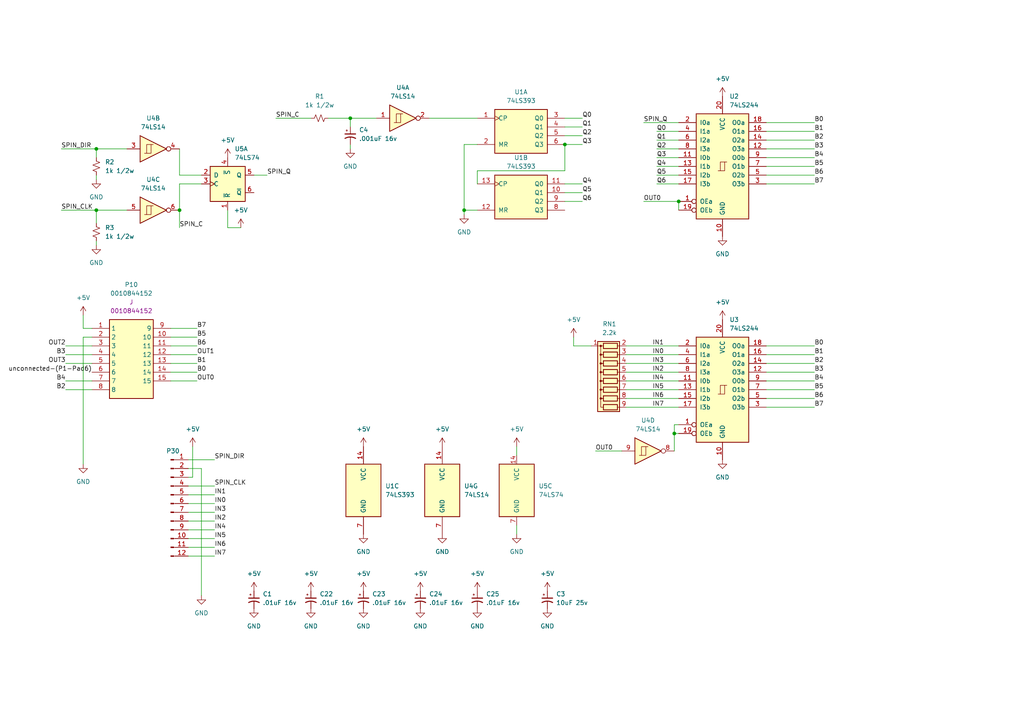
<source format=kicad_sch>
(kicad_sch (version 20211123) (generator eeschema)
  (paper "A4")
  (lib_symbols
    (symbol "0010844152:0010844152"
      (property "Value" "0010844152" (at 0 0 0))
      (property "Reference_1" "J" (at 19.05 7.62 0))
      (property "Value_1" "0010844152" (at 19.05 5.08 0))
      (symbol "0010844152_1_1"
        (rectangle (start 5.08 2.54) (end 17.78 -20.32) (stroke (width 0.254)) (fill (type background)))
        (pin passive line (at 0 0 0) (length 5.08) (name "1") (number "1"))
        (pin passive line (at 22.86 -2.54 180) (length 5.08) (name "10") (number "10"))
        (pin passive line (at 22.86 -5.08 180) (length 5.08) (name "11") (number "11"))
        (pin passive line (at 22.86 -7.62 180) (length 5.08) (name "12") (number "12"))
        (pin passive line (at 22.86 -10.16 180) (length 5.08) (name "13") (number "13"))
        (pin passive line (at 22.86 -12.7 180) (length 5.08) (name "14") (number "14"))
        (pin passive line (at 22.86 -15.24 180) (length 5.08) (name "15") (number "15"))
        (pin passive line (at 0 -2.54 0) (length 5.08) (name "2") (number "2"))
        (pin passive line (at 0 -5.08 0) (length 5.08) (name "3") (number "3"))
        (pin passive line (at 0 -7.62 0) (length 5.08) (name "4") (number "4"))
        (pin passive line (at 0 -10.16 0) (length 5.08) (name "5") (number "5"))
        (pin passive line (at 0 -12.7 0) (length 5.08) (name "6") (number "6"))
        (pin passive line (at 0 -15.24 0) (length 5.08) (name "7") (number "7"))
        (pin passive line (at 0 -17.78 0) (length 5.08) (name "8") (number "8"))
        (pin passive line (at 22.86 0 180) (length 5.08) (name "9") (number "9"))
      )
    )
    (symbol "74xx:74LS14" (pin_names (offset 1.016))
      (property "Reference" "U" (at 0 1.27 0))
      (property "Value" "74LS14" (at 0 -1.27 0))
      (symbol "74LS14_1_0"
        (polyline (pts (xy -3.81 3.81) (xy -3.81 -3.81) (xy 3.81 0) (xy -3.81 3.81)) (stroke (width 0.254)) (fill (type background)))
        (pin input line (at -7.62 0 0) (length 3.81) (name "~") (number "1"))
        (pin output inverted (at 7.62 0 180) (length 3.81) (name "~") (number "2"))
      )
      (symbol "74LS14_1_1"
        (polyline (pts (xy -1.905 -1.27) (xy -1.905 1.27) (xy -0.635 1.27)))
        (polyline (pts (xy -2.54 -1.27) (xy -0.635 -1.27) (xy -0.635 1.27) (xy 0 1.27)))
      )
      (symbol "74LS14_2_0"
        (polyline (pts (xy -3.81 3.81) (xy -3.81 -3.81) (xy 3.81 0) (xy -3.81 3.81)) (stroke (width 0.254)) (fill (type background)))
        (pin input line (at -7.62 0 0) (length 3.81) (name "~") (number "3"))
        (pin output inverted (at 7.62 0 180) (length 3.81) (name "~") (number "4"))
      )
      (symbol "74LS14_2_1"
        (polyline (pts (xy -1.905 -1.27) (xy -1.905 1.27) (xy -0.635 1.27)))
        (polyline (pts (xy -2.54 -1.27) (xy -0.635 -1.27) (xy -0.635 1.27) (xy 0 1.27)))
      )
      (symbol "74LS14_3_0"
        (polyline (pts (xy -3.81 3.81) (xy -3.81 -3.81) (xy 3.81 0) (xy -3.81 3.81)) (stroke (width 0.254)) (fill (type background)))
        (pin input line (at -7.62 0 0) (length 3.81) (name "~") (number "5"))
        (pin output inverted (at 7.62 0 180) (length 3.81) (name "~") (number "6"))
      )
      (symbol "74LS14_3_1"
        (polyline (pts (xy -1.905 -1.27) (xy -1.905 1.27) (xy -0.635 1.27)))
        (polyline (pts (xy -2.54 -1.27) (xy -0.635 -1.27) (xy -0.635 1.27) (xy 0 1.27)))
      )
      (symbol "74LS14_4_0"
        (polyline (pts (xy -3.81 3.81) (xy -3.81 -3.81) (xy 3.81 0) (xy -3.81 3.81)) (stroke (width 0.254)) (fill (type background)))
        (pin output inverted (at 7.62 0 180) (length 3.81) (name "~") (number "8"))
        (pin input line (at -7.62 0 0) (length 3.81) (name "~") (number "9"))
      )
      (symbol "74LS14_4_1"
        (polyline (pts (xy -1.905 -1.27) (xy -1.905 1.27) (xy -0.635 1.27)))
        (polyline (pts (xy -2.54 -1.27) (xy -0.635 -1.27) (xy -0.635 1.27) (xy 0 1.27)))
      )
      (symbol "74LS14_5_0"
        (polyline (pts (xy -3.81 3.81) (xy -3.81 -3.81) (xy 3.81 0) (xy -3.81 3.81)) (stroke (width 0.254)) (fill (type background)))
        (pin output inverted (at 7.62 0 180) (length 3.81) (name "~") (number "10"))
        (pin input line (at -7.62 0 0) (length 3.81) (name "~") (number "11"))
      )
      (symbol "74LS14_5_1"
        (polyline (pts (xy -1.905 -1.27) (xy -1.905 1.27) (xy -0.635 1.27)))
        (polyline (pts (xy -2.54 -1.27) (xy -0.635 -1.27) (xy -0.635 1.27) (xy 0 1.27)))
      )
      (symbol "74LS14_6_0"
        (polyline (pts (xy -3.81 3.81) (xy -3.81 -3.81) (xy 3.81 0) (xy -3.81 3.81)) (stroke (width 0.254)) (fill (type background)))
        (pin output inverted (at 7.62 0 180) (length 3.81) (name "~") (number "12"))
        (pin input line (at -7.62 0 0) (length 3.81) (name "~") (number "13"))
      )
      (symbol "74LS14_6_1"
        (polyline (pts (xy -1.905 -1.27) (xy -1.905 1.27) (xy -0.635 1.27)))
        (polyline (pts (xy -2.54 -1.27) (xy -0.635 -1.27) (xy -0.635 1.27) (xy 0 1.27)))
      )
      (symbol "74LS14_7_0"
        (pin power_in line (at 0 12.7 270) (length 5.08) (name "VCC") (number "14"))
        (pin power_in line (at 0 -12.7 90) (length 5.08) (name "GND") (number "7"))
      )
      (symbol "74LS14_7_1"
        (rectangle (start -5.08 7.62) (end 5.08 -7.62) (stroke (width 0.254)) (fill (type background)))
      )
    )
    (symbol "74xx:74LS244" (pin_names (offset 1.016))
      (property "Reference" "U" (at -7.62 16.51 0))
      (property "Value" "74LS244" (at -7.62 -16.51 0))
      (symbol "74LS244_1_0"
        (polyline (pts (xy -0.635 -1.27) (xy -0.635 1.27) (xy 0.635 1.27)))
        (polyline (pts (xy -1.27 -1.27) (xy 0.635 -1.27) (xy 0.635 1.27) (xy 1.27 1.27)))
        (pin input inverted (at -12.7 -10.16 0) (length 5.08) (name "OEa") (number "1"))
        (pin power_in line (at 0 -20.32 90) (length 5.08) (name "GND") (number "10"))
        (pin input line (at -12.7 2.54 0) (length 5.08) (name "I0b") (number "11"))
        (pin tri_state line (at 12.7 5.08 180) (length 5.08) (name "O3a") (number "12"))
        (pin input line (at -12.7 0 0) (length 5.08) (name "I1b") (number "13"))
        (pin tri_state line (at 12.7 7.62 180) (length 5.08) (name "O2a") (number "14"))
        (pin input line (at -12.7 -2.54 0) (length 5.08) (name "I2b") (number "15"))
        (pin tri_state line (at 12.7 10.16 180) (length 5.08) (name "O1a") (number "16"))
        (pin input line (at -12.7 -5.08 0) (length 5.08) (name "I3b") (number "17"))
        (pin tri_state line (at 12.7 12.7 180) (length 5.08) (name "O0a") (number "18"))
        (pin input inverted (at -12.7 -12.7 0) (length 5.08) (name "OEb") (number "19"))
        (pin input line (at -12.7 12.7 0) (length 5.08) (name "I0a") (number "2"))
        (pin power_in line (at 0 20.32 270) (length 5.08) (name "VCC") (number "20"))
        (pin tri_state line (at 12.7 -5.08 180) (length 5.08) (name "O3b") (number "3"))
        (pin input line (at -12.7 10.16 0) (length 5.08) (name "I1a") (number "4"))
        (pin tri_state line (at 12.7 -2.54 180) (length 5.08) (name "O2b") (number "5"))
        (pin input line (at -12.7 7.62 0) (length 5.08) (name "I2a") (number "6"))
        (pin tri_state line (at 12.7 0 180) (length 5.08) (name "O1b") (number "7"))
        (pin input line (at -12.7 5.08 0) (length 5.08) (name "I3a") (number "8"))
        (pin tri_state line (at 12.7 2.54 180) (length 5.08) (name "O0b") (number "9"))
      )
      (symbol "74LS244_1_1"
        (rectangle (start -7.62 15.24) (end 7.62 -15.24) (stroke (width 0.254)) (fill (type background)))
      )
    )
    (symbol "74xx:74LS393" (pin_names (offset 1.016))
      (property "Reference" "U" (at -7.62 8.89 0))
      (property "Value" "74LS393" (at -7.62 -8.89 0))
      (symbol "74LS393_1_0"
        (pin input clock (at -12.7 2.54 0) (length 5.08) (name "CP") (number "1"))
        (pin input line (at -12.7 -5.08 0) (length 5.08) (name "MR") (number "2"))
        (pin output line (at 12.7 2.54 180) (length 5.08) (name "Q0") (number "3"))
        (pin output line (at 12.7 0 180) (length 5.08) (name "Q1") (number "4"))
        (pin output line (at 12.7 -2.54 180) (length 5.08) (name "Q2") (number "5"))
        (pin output line (at 12.7 -5.08 180) (length 5.08) (name "Q3") (number "6"))
      )
      (symbol "74LS393_1_1"
        (rectangle (start -7.62 5.08) (end 7.62 -7.62) (stroke (width 0.254)) (fill (type background)))
      )
      (symbol "74LS393_2_0"
        (pin output line (at 12.7 0 180) (length 5.08) (name "Q1") (number "10"))
        (pin output line (at 12.7 2.54 180) (length 5.08) (name "Q0") (number "11"))
        (pin input line (at -12.7 -5.08 0) (length 5.08) (name "MR") (number "12"))
        (pin input clock (at -12.7 2.54 0) (length 5.08) (name "CP") (number "13"))
        (pin output line (at 12.7 -5.08 180) (length 5.08) (name "Q3") (number "8"))
        (pin output line (at 12.7 -2.54 180) (length 5.08) (name "Q2") (number "9"))
      )
      (symbol "74LS393_2_1"
        (rectangle (start -7.62 5.08) (end 7.62 -7.62) (stroke (width 0.254)) (fill (type background)))
      )
      (symbol "74LS393_3_0"
        (pin power_in line (at 0 12.7 270) (length 5.08) (name "VCC") (number "14"))
        (pin power_in line (at 0 -12.7 90) (length 5.08) (name "GND") (number "7"))
      )
      (symbol "74LS393_3_1"
        (rectangle (start -5.08 7.62) (end 5.08 -7.62) (stroke (width 0.254)) (fill (type background)))
      )
    )
    (symbol "74xx:74LS74" (pin_names (offset 1.016))
      (property "Reference" "U" (at -7.62 8.89 0))
      (property "Value" "74LS74" (at -7.62 -8.89 0))
      (symbol "74LS74_1_0"
        (pin input line (at 0 -7.62 90) (length 2.54) (name "~{R}") (number "1"))
        (pin input line (at -7.62 2.54 0) (length 2.54) (name "D") (number "2"))
        (pin input clock (at -7.62 0 0) (length 2.54) (name "C") (number "3"))
        (pin input line (at 0 7.62 270) (length 2.54) (name "~{S}") (number "4"))
        (pin output line (at 7.62 2.54 180) (length 2.54) (name "Q") (number "5"))
        (pin output line (at 7.62 -2.54 180) (length 2.54) (name "~{Q}") (number "6"))
      )
      (symbol "74LS74_1_1"
        (rectangle (start -5.08 5.08) (end 5.08 -5.08) (stroke (width 0.254)) (fill (type background)))
      )
      (symbol "74LS74_2_0"
        (pin input line (at 0 7.62 270) (length 2.54) (name "~{S}") (number "10"))
        (pin input clock (at -7.62 0 0) (length 2.54) (name "C") (number "11"))
        (pin input line (at -7.62 2.54 0) (length 2.54) (name "D") (number "12"))
        (pin input line (at 0 -7.62 90) (length 2.54) (name "~{R}") (number "13"))
        (pin output line (at 7.62 -2.54 180) (length 2.54) (name "~{Q}") (number "8"))
        (pin output line (at 7.62 2.54 180) (length 2.54) (name "Q") (number "9"))
      )
      (symbol "74LS74_2_1"
        (rectangle (start -5.08 5.08) (end 5.08 -5.08) (stroke (width 0.254)) (fill (type background)))
      )
      (symbol "74LS74_3_0"
        (pin power_in line (at 0 10.16 270) (length 2.54) (name "VCC") (number "14"))
        (pin power_in line (at 0 -10.16 90) (length 2.54) (name "GND") (number "7"))
      )
      (symbol "74LS74_3_1"
        (rectangle (start -5.08 7.62) (end 5.08 -7.62) (stroke (width 0.254)) (fill (type background)))
      )
    )
    (symbol "Connector:Conn_01x12_Male" (pin_names (offset 1.016) hide)
      (property "Reference" "J" (at 0 15.24 0))
      (property "Value" "Conn_01x12_Male" (at 0 -17.78 0))
      (symbol "Conn_01x12_Male_1_1"
        (polyline (pts (xy 1.27 -15.24) (xy 0.8636 -15.24)) (stroke (width 0.1524)))
        (polyline (pts (xy 1.27 -12.7) (xy 0.8636 -12.7)) (stroke (width 0.1524)))
        (polyline (pts (xy 1.27 -10.16) (xy 0.8636 -10.16)) (stroke (width 0.1524)))
        (polyline (pts (xy 1.27 -7.62) (xy 0.8636 -7.62)) (stroke (width 0.1524)))
        (polyline (pts (xy 1.27 -5.08) (xy 0.8636 -5.08)) (stroke (width 0.1524)))
        (polyline (pts (xy 1.27 -2.54) (xy 0.8636 -2.54)) (stroke (width 0.1524)))
        (polyline (pts (xy 1.27 0) (xy 0.8636 0)) (stroke (width 0.1524)))
        (polyline (pts (xy 1.27 2.54) (xy 0.8636 2.54)) (stroke (width 0.1524)))
        (polyline (pts (xy 1.27 5.08) (xy 0.8636 5.08)) (stroke (width 0.1524)))
        (polyline (pts (xy 1.27 7.62) (xy 0.8636 7.62)) (stroke (width 0.1524)))
        (polyline (pts (xy 1.27 10.16) (xy 0.8636 10.16)) (stroke (width 0.1524)))
        (polyline (pts (xy 1.27 12.7) (xy 0.8636 12.7)) (stroke (width 0.1524)))
        (rectangle (start 0.8636 -15.113) (end 0 -15.367) (stroke (width 0.1524)) (fill (type outline)))
        (rectangle (start 0.8636 -12.573) (end 0 -12.827) (stroke (width 0.1524)) (fill (type outline)))
        (rectangle (start 0.8636 -10.033) (end 0 -10.287) (stroke (width 0.1524)) (fill (type outline)))
        (rectangle (start 0.8636 -7.493) (end 0 -7.747) (stroke (width 0.1524)) (fill (type outline)))
        (rectangle (start 0.8636 -4.953) (end 0 -5.207) (stroke (width 0.1524)) (fill (type outline)))
        (rectangle (start 0.8636 -2.413) (end 0 -2.667) (stroke (width 0.1524)) (fill (type outline)))
        (rectangle (start 0.8636 0.127) (end 0 -0.127) (stroke (width 0.1524)) (fill (type outline)))
        (rectangle (start 0.8636 2.667) (end 0 2.413) (stroke (width 0.1524)) (fill (type outline)))
        (rectangle (start 0.8636 5.207) (end 0 4.953) (stroke (width 0.1524)) (fill (type outline)))
        (rectangle (start 0.8636 7.747) (end 0 7.493) (stroke (width 0.1524)) (fill (type outline)))
        (rectangle (start 0.8636 10.287) (end 0 10.033) (stroke (width 0.1524)) (fill (type outline)))
        (rectangle (start 0.8636 12.827) (end 0 12.573) (stroke (width 0.1524)) (fill (type outline)))
        (pin passive line (at 5.08 12.7 180) (length 3.81) (name "Pin_1") (number "1"))
        (pin passive line (at 5.08 -10.16 180) (length 3.81) (name "Pin_10") (number "10"))
        (pin passive line (at 5.08 -12.7 180) (length 3.81) (name "Pin_11") (number "11"))
        (pin passive line (at 5.08 -15.24 180) (length 3.81) (name "Pin_12") (number "12"))
        (pin passive line (at 5.08 10.16 180) (length 3.81) (name "Pin_2") (number "2"))
        (pin passive line (at 5.08 7.62 180) (length 3.81) (name "Pin_3") (number "3"))
        (pin passive line (at 5.08 5.08 180) (length 3.81) (name "Pin_4") (number "4"))
        (pin passive line (at 5.08 2.54 180) (length 3.81) (name "Pin_5") (number "5"))
        (pin passive line (at 5.08 0 180) (length 3.81) (name "Pin_6") (number "6"))
        (pin passive line (at 5.08 -2.54 180) (length 3.81) (name "Pin_7") (number "7"))
        (pin passive line (at 5.08 -5.08 180) (length 3.81) (name "Pin_8") (number "8"))
        (pin passive line (at 5.08 -7.62 180) (length 3.81) (name "Pin_9") (number "9"))
      )
    )
    (symbol "Device:C_Polarized_Small_US" (pin_numbers hide) (pin_names (offset 0.254) hide)
      (property "Reference" "C" (at 0.254 1.778 0))
      (property "Value" "C_Polarized_Small_US" (at 0.254 -2.032 0))
      (symbol "C_Polarized_Small_US_0_1"
        (polyline (pts (xy -1.524 0.508) (xy 1.524 0.508)) (stroke (width 0.3048)))
        (polyline (pts (xy -1.27 1.524) (xy -0.762 1.524)))
        (polyline (pts (xy -1.016 1.27) (xy -1.016 1.778)))
        (arc (start 1.524 -0.762) (mid 0 -0.3734) (end -1.524 -0.762) (stroke (width 0.3048)))
      )
      (symbol "C_Polarized_Small_US_1_1"
        (pin passive line (at 0 2.54 270) (length 2.032) (name "~") (number "1"))
        (pin passive line (at 0 -2.54 90) (length 2.032) (name "~") (number "2"))
      )
    )
    (symbol "Device:R_Network08" (pin_names (offset 0) hide)
      (property "Reference" "RN" (at -12.7 0 90))
      (property "Value" "R_Network08" (at 10.16 0 90))
      (symbol "R_Network08_0_1"
        (rectangle (start -11.43 -3.175) (end 8.89 3.175) (stroke (width 0.254)) (fill (type background)))
        (rectangle (start -10.922 1.524) (end -9.398 -2.54) (stroke (width 0.254)))
        (circle (center -10.16 2.286) (radius 0.254) (fill (type outline)))
        (rectangle (start -8.382 1.524) (end -6.858 -2.54) (stroke (width 0.254)))
        (circle (center -7.62 2.286) (radius 0.254) (fill (type outline)))
        (rectangle (start -5.842 1.524) (end -4.318 -2.54) (stroke (width 0.254)))
        (circle (center -5.08 2.286) (radius 0.254) (fill (type outline)))
        (rectangle (start -3.302 1.524) (end -1.778 -2.54) (stroke (width 0.254)))
        (circle (center -2.54 2.286) (radius 0.254) (fill (type outline)))
        (rectangle (start -0.762 1.524) (end 0.762 -2.54) (stroke (width 0.254)))
        (polyline (pts (xy -10.16 -2.54) (xy -10.16 -3.81)))
        (polyline (pts (xy -7.62 -2.54) (xy -7.62 -3.81)))
        (polyline (pts (xy -5.08 -2.54) (xy -5.08 -3.81)))
        (polyline (pts (xy -2.54 -2.54) (xy -2.54 -3.81)))
        (polyline (pts (xy 0 -2.54) (xy 0 -3.81)))
        (polyline (pts (xy 2.54 -2.54) (xy 2.54 -3.81)))
        (polyline (pts (xy 5.08 -2.54) (xy 5.08 -3.81)))
        (polyline (pts (xy 7.62 -2.54) (xy 7.62 -3.81)))
        (polyline (pts (xy -10.16 1.524) (xy -10.16 2.286) (xy -7.62 2.286) (xy -7.62 1.524)))
        (polyline (pts (xy -7.62 1.524) (xy -7.62 2.286) (xy -5.08 2.286) (xy -5.08 1.524)))
        (polyline (pts (xy -5.08 1.524) (xy -5.08 2.286) (xy -2.54 2.286) (xy -2.54 1.524)))
        (polyline (pts (xy -2.54 1.524) (xy -2.54 2.286) (xy 0 2.286) (xy 0 1.524)))
        (polyline (pts (xy 0 1.524) (xy 0 2.286) (xy 2.54 2.286) (xy 2.54 1.524)))
        (polyline (pts (xy 2.54 1.524) (xy 2.54 2.286) (xy 5.08 2.286) (xy 5.08 1.524)))
        (polyline (pts (xy 5.08 1.524) (xy 5.08 2.286) (xy 7.62 2.286) (xy 7.62 1.524)))
        (circle (center 0 2.286) (radius 0.254) (fill (type outline)))
        (rectangle (start 1.778 1.524) (end 3.302 -2.54) (stroke (width 0.254)))
        (circle (center 2.54 2.286) (radius 0.254) (fill (type outline)))
        (rectangle (start 4.318 1.524) (end 5.842 -2.54) (stroke (width 0.254)))
        (circle (center 5.08 2.286) (radius 0.254) (fill (type outline)))
        (rectangle (start 6.858 1.524) (end 8.382 -2.54) (stroke (width 0.254)))
      )
      (symbol "R_Network08_1_1"
        (pin passive line (at -10.16 5.08 270) (length 2.54) (name "common") (number "1"))
        (pin passive line (at -10.16 -5.08 90) (length 1.27) (name "R1") (number "2"))
        (pin passive line (at -7.62 -5.08 90) (length 1.27) (name "R2") (number "3"))
        (pin passive line (at -5.08 -5.08 90) (length 1.27) (name "R3") (number "4"))
        (pin passive line (at -2.54 -5.08 90) (length 1.27) (name "R4") (number "5"))
        (pin passive line (at 0 -5.08 90) (length 1.27) (name "R5") (number "6"))
        (pin passive line (at 2.54 -5.08 90) (length 1.27) (name "R6") (number "7"))
        (pin passive line (at 5.08 -5.08 90) (length 1.27) (name "R7") (number "8"))
        (pin passive line (at 7.62 -5.08 90) (length 1.27) (name "R8") (number "9"))
      )
    )
    (symbol "Device:R_Small_US" (pin_numbers hide) (pin_names (offset 0.254) hide)
      (property "Reference" "R" (at 0.762 0.508 0))
      (property "Value" "R_Small_US" (at 0.762 -1.016 0))
      (symbol "R_Small_US_1_1"
        (polyline (pts (xy 0 0) (xy 1.016 -0.381) (xy 0 -0.762) (xy -1.016 -1.143) (xy 0 -1.524)))
        (polyline (pts (xy 0 1.524) (xy 1.016 1.143) (xy 0 0.762) (xy -1.016 0.381) (xy 0 0)))
        (pin passive line (at 0 2.54 270) (length 1.016) (name "~") (number "1"))
        (pin passive line (at 0 -2.54 90) (length 1.016) (name "~") (number "2"))
      )
    )
    (symbol "power:+5V" (power) (pin_names (offset 0))
      (property "Value" "+5V" (at 0 3.556 0))
      (symbol "+5V_0_1"
        (polyline (pts (xy -0.762 1.27) (xy 0 2.54)))
        (polyline (pts (xy 0 0) (xy 0 2.54)))
        (polyline (pts (xy 0 2.54) (xy 0.762 1.27)))
      )
      (symbol "+5V_1_1"
        (pin power_in line (at 0 0 90) (length 0) hide (name "+5V") (number "1"))
      )
    )
    (symbol "power:GND" (power) (pin_names (offset 0))
      (property "Value" "GND" (at 0 -3.81 0))
      (symbol "GND_0_1"
        (polyline (pts (xy 0 0) (xy 0 -1.27) (xy 1.27 -1.27) (xy 0 -2.54) (xy -1.27 -1.27) (xy 0 -1.27)))
      )
      (symbol "GND_1_1"
        (pin power_in line (at 0 0 270) (length 0) hide (name "GND") (number "1"))
      )
    )
  )
  (junction (at 101.6 34.29))
  (junction (at 52.07 60.96))
  (junction (at 195.58 125.73))
  (junction (at 27.94 43.18))
  (junction (at 196.85 58.42))
  (junction (at 134.62 60.96))
  (junction (at 163.83 41.91))
  (junction (at 27.94 60.96))
  (wire (pts (xy 52.07 53.34) (xy 58.42 53.34)))
  (wire (pts (xy 190.5 50.8) (xy 196.85 50.8)))
  (wire (pts (xy 24.13 97.79) (xy 26.67 97.79)))
  (wire (pts (xy 134.62 60.96) (xy 134.62 62.23)))
  (wire (pts (xy 24.13 97.79) (xy 24.13 134.62)))
  (wire (pts (xy 168.91 39.37) (xy 163.83 39.37)))
  (wire (pts (xy 26.67 100.33) (xy 19.05 100.33)))
  (wire (pts (xy 77.47 50.8) (xy 73.66 50.8)))
  (wire (pts (xy 166.37 100.33) (xy 166.37 97.79)))
  (wire (pts (xy 26.67 113.03) (xy 19.05 113.03)))
  (wire (pts (xy 138.43 53.34) (xy 138.43 49.53)))
  (wire (pts (xy 222.25 105.41) (xy 236.22 105.41)))
  (wire (pts (xy 24.13 91.44) (xy 24.13 95.25)))
  (wire (pts (xy 186.69 58.42) (xy 196.85 58.42)))
  (wire (pts (xy 195.58 130.81) (xy 195.58 125.73)))
  (wire (pts (xy 181.61 102.87) (xy 196.85 102.87)))
  (wire (pts (xy 171.45 100.33) (xy 166.37 100.33)))
  (wire (pts (xy 186.69 35.56) (xy 196.85 35.56)))
  (wire (pts (xy 62.23 143.51) (xy 54.61 143.51)))
  (wire (pts (xy 27.94 69.85) (xy 27.94 71.12)))
  (wire (pts (xy 190.5 53.34) (xy 196.85 53.34)))
  (wire (pts (xy 222.25 110.49) (xy 236.22 110.49)))
  (wire (pts (xy 62.23 158.75) (xy 54.61 158.75)))
  (wire (pts (xy 168.91 58.42) (xy 163.83 58.42)))
  (wire (pts (xy 222.25 40.64) (xy 236.22 40.64)))
  (wire (pts (xy 27.94 50.8) (xy 27.94 52.07)))
  (wire (pts (xy 62.23 148.59) (xy 54.61 148.59)))
  (wire (pts (xy 195.58 123.19) (xy 196.85 123.19)))
  (wire (pts (xy 168.91 34.29) (xy 163.83 34.29)))
  (wire (pts (xy 222.25 107.95) (xy 236.22 107.95)))
  (wire (pts (xy 181.61 105.41) (xy 196.85 105.41)))
  (wire (pts (xy 134.62 60.96) (xy 138.43 60.96)))
  (wire (pts (xy 134.62 41.91) (xy 134.62 60.96)))
  (wire (pts (xy 222.25 50.8) (xy 236.22 50.8)))
  (wire (pts (xy 52.07 43.18) (xy 52.07 50.8)))
  (wire (pts (xy 222.25 35.56) (xy 236.22 35.56)))
  (wire (pts (xy 190.5 48.26) (xy 196.85 48.26)))
  (wire (pts (xy 196.85 58.42) (xy 196.85 60.96)))
  (wire (pts (xy 62.23 161.29) (xy 54.61 161.29)))
  (wire (pts (xy 222.25 53.34) (xy 236.22 53.34)))
  (wire (pts (xy 181.61 100.33) (xy 196.85 100.33)))
  (wire (pts (xy 149.86 154.94) (xy 149.86 152.4)))
  (wire (pts (xy 52.07 60.96) (xy 52.07 66.04)))
  (wire (pts (xy 95.25 34.29) (xy 101.6 34.29)))
  (wire (pts (xy 36.83 60.96) (xy 27.94 60.96)))
  (wire (pts (xy 222.25 48.26) (xy 236.22 48.26)))
  (wire (pts (xy 138.43 49.53) (xy 163.83 49.53)))
  (wire (pts (xy 168.91 36.83) (xy 163.83 36.83)))
  (wire (pts (xy 26.67 102.87) (xy 19.05 102.87)))
  (wire (pts (xy 195.58 125.73) (xy 196.85 125.73)))
  (wire (pts (xy 222.25 45.72) (xy 236.22 45.72)))
  (wire (pts (xy 62.23 153.67) (xy 54.61 153.67)))
  (wire (pts (xy 222.25 113.03) (xy 236.22 113.03)))
  (wire (pts (xy 181.61 118.11) (xy 196.85 118.11)))
  (wire (pts (xy 190.5 45.72) (xy 196.85 45.72)))
  (wire (pts (xy 181.61 110.49) (xy 196.85 110.49)))
  (wire (pts (xy 54.61 138.43) (xy 55.88 138.43)))
  (wire (pts (xy 124.46 34.29) (xy 138.43 34.29)))
  (wire (pts (xy 27.94 45.72) (xy 27.94 43.18)))
  (wire (pts (xy 17.78 43.18) (xy 27.94 43.18)))
  (wire (pts (xy 52.07 50.8) (xy 58.42 50.8)))
  (wire (pts (xy 52.07 60.96) (xy 52.07 53.34)))
  (wire (pts (xy 101.6 43.18) (xy 101.6 41.91)))
  (wire (pts (xy 55.88 129.54) (xy 55.88 138.43)))
  (wire (pts (xy 27.94 43.18) (xy 36.83 43.18)))
  (wire (pts (xy 222.25 118.11) (xy 236.22 118.11)))
  (wire (pts (xy 49.53 100.33) (xy 57.15 100.33)))
  (wire (pts (xy 62.23 151.13) (xy 54.61 151.13)))
  (wire (pts (xy 17.78 60.96) (xy 27.94 60.96)))
  (wire (pts (xy 222.25 100.33) (xy 236.22 100.33)))
  (wire (pts (xy 222.25 43.18) (xy 236.22 43.18)))
  (wire (pts (xy 222.25 102.87) (xy 236.22 102.87)))
  (wire (pts (xy 58.42 135.89) (xy 58.42 172.72)))
  (wire (pts (xy 222.25 115.57) (xy 236.22 115.57)))
  (wire (pts (xy 49.53 110.49) (xy 57.15 110.49)))
  (wire (pts (xy 168.91 55.88) (xy 163.83 55.88)))
  (wire (pts (xy 62.23 156.21) (xy 54.61 156.21)))
  (wire (pts (xy 181.61 107.95) (xy 196.85 107.95)))
  (wire (pts (xy 27.94 60.96) (xy 27.94 64.77)))
  (wire (pts (xy 101.6 34.29) (xy 109.22 34.29)))
  (wire (pts (xy 26.67 110.49) (xy 19.05 110.49)))
  (wire (pts (xy 181.61 113.03) (xy 196.85 113.03)))
  (wire (pts (xy 149.86 129.54) (xy 149.86 132.08)))
  (wire (pts (xy 168.91 53.34) (xy 163.83 53.34)))
  (wire (pts (xy 80.01 34.29) (xy 90.17 34.29)))
  (wire (pts (xy 62.23 133.35) (xy 54.61 133.35)))
  (wire (pts (xy 49.53 97.79) (xy 57.15 97.79)))
  (wire (pts (xy 190.5 43.18) (xy 196.85 43.18)))
  (wire (pts (xy 190.5 40.64) (xy 196.85 40.64)))
  (wire (pts (xy 101.6 36.83) (xy 101.6 34.29)))
  (wire (pts (xy 57.15 95.25) (xy 49.53 95.25)))
  (wire (pts (xy 66.04 60.96) (xy 66.04 66.04)))
  (wire (pts (xy 66.04 66.04) (xy 69.85 66.04)))
  (wire (pts (xy 222.25 38.1) (xy 236.22 38.1)))
  (wire (pts (xy 62.23 140.97) (xy 54.61 140.97)))
  (wire (pts (xy 49.53 102.87) (xy 57.15 102.87)))
  (wire (pts (xy 54.61 135.89) (xy 58.42 135.89)))
  (wire (pts (xy 181.61 115.57) (xy 196.85 115.57)))
  (wire (pts (xy 49.53 107.95) (xy 57.15 107.95)))
  (wire (pts (xy 168.91 41.91) (xy 163.83 41.91)))
  (wire (pts (xy 24.13 95.25) (xy 26.67 95.25)))
  (wire (pts (xy 49.53 105.41) (xy 57.15 105.41)))
  (wire (pts (xy 62.23 146.05) (xy 54.61 146.05)))
  (wire (pts (xy 163.83 41.91) (xy 163.83 49.53)))
  (wire (pts (xy 26.67 105.41) (xy 19.05 105.41)))
  (wire (pts (xy 138.43 41.91) (xy 134.62 41.91)))
  (wire (pts (xy 195.58 123.19) (xy 195.58 125.73)))
  (wire (pts (xy 190.5 38.1) (xy 196.85 38.1)))
  (wire (pts (xy 172.72 130.81) (xy 180.34 130.81)))
  (label "IN6" (at 189.23 115.57 0))
  (label "Q5" (at 168.91 55.88 0))
  (label "SPIN_C" (at 80.01 34.29 0))
  (label "B1" (at 57.15 105.41 0))
  (label "B3" (at 236.22 107.95 0))
  (label "Q3" (at 190.5 45.72 0))
  (label "Q3" (at 168.91 41.91 0))
  (label "SPIN_Q" (at 186.69 35.56 0))
  (label "OUT3" (at 19.05 105.41 180))
  (label "Q2" (at 190.5 43.18 0))
  (label "B3" (at 236.22 43.18 0))
  (label "IN0" (at 62.23 146.05 0))
  (label "Q4" (at 168.91 53.34 0))
  (label "B6" (at 236.22 50.8 0))
  (label "Q6" (at 190.5 53.34 0))
  (label "B2" (at 19.05 113.03 180))
  (label "B1" (at 236.22 102.87 0))
  (label "SPIN_DIR" (at 62.23 133.35 0))
  (label "IN5" (at 62.23 156.21 0))
  (label "IN2" (at 189.23 107.95 0))
  (label "B7" (at 57.15 95.25 0))
  (label "IN1" (at 62.23 143.51 0))
  (label "Q1" (at 168.91 36.83 0))
  (label "B6" (at 236.22 115.57 0))
  (label "IN5" (at 189.23 113.03 0))
  (label "B4" (at 236.22 45.72 0))
  (label "B7" (at 236.22 118.11 0))
  (label "Q4" (at 190.5 48.26 0))
  (label "B4" (at 19.05 110.49 180))
  (label "B0" (at 236.22 100.33 0))
  (label "IN3" (at 62.23 148.59 0))
  (label "B5" (at 57.15 97.79 0))
  (label "SPIN_CLK" (at 17.78 60.96 0))
  (label "SPIN_Q" (at 77.47 50.8 0))
  (label "B0" (at 236.22 35.56 0))
  (label "Q0" (at 168.91 34.29 0))
  (label "OUT0" (at 186.69 58.42 0))
  (label "SPIN_DIR" (at 17.78 43.18 0))
  (label "IN7" (at 189.23 118.11 0))
  (label "IN2" (at 62.23 151.13 0))
  (label "B2" (at 236.22 40.64 0))
  (label "B7" (at 236.22 53.34 0))
  (label "IN7" (at 62.23 161.29 0))
  (label "unconnected-(P1-Pad6)" (at 26.67 107.95 180))
  (label "OUT0" (at 57.15 110.49 0))
  (label "B6" (at 57.15 100.33 0))
  (label "B5" (at 236.22 113.03 0))
  (label "IN4" (at 62.23 153.67 0))
  (label "Q2" (at 168.91 39.37 0))
  (label "IN1" (at 189.23 100.33 0))
  (label "B3" (at 19.05 102.87 180))
  (label "Q6" (at 168.91 58.42 0))
  (label "B1" (at 236.22 38.1 0))
  (label "Q0" (at 190.5 38.1 0))
  (label "IN3" (at 189.23 105.41 0))
  (label "OUT2" (at 19.05 100.33 180))
  (label "IN6" (at 62.23 158.75 0))
  (label "Q1" (at 190.5 40.64 0))
  (label "OUT0" (at 172.72 130.81 0))
  (label "OUT1" (at 57.15 102.87 0))
  (label "SPIN_C" (at 52.07 66.04 0))
  (label "B5" (at 236.22 48.26 0))
  (label "B4" (at 236.22 110.49 0))
  (label "B2" (at 236.22 105.41 0))
  (label "IN0" (at 189.23 102.87 0))
  (label "B0" (at 57.15 107.95 0))
  (label "SPIN_CLK" (at 62.23 140.97 0))
  (label "IN4" (at 189.23 110.49 0))
  (label "Q5" (at 190.5 50.8 0))
  (symbol (lib_id "Device:R_Small_US") (at 92.71 34.29 90) (unit 1)
    (property "Reference" "R1" (at 92.71 27.94 90))
    (property "Value" "1k 1/2w" (at 92.71 30.48 90))
    (property "Footprint" "Resistor_THT:R_Axial_DIN0207_L6.3mm_D2.5mm_P10.16mm_Horizontal" (effects hide))
  )
  (symbol (lib_id "Device:C_Polarized_Small_US") (at 73.66 173.99 0) (unit 1)
    (property "Reference" "C1" (at 76.2 172.2881 0) (effects (justify left)))
    (property "Value" ".01uF 16v" (at 76.2 174.8281 0) (effects (justify left)))
    (property "Footprint" "Capacitor_THT:C_Axial_L5.1mm_D3.1mm_P7.50mm_Horizontal" (effects hide))
  )
  (symbol (lib_id "Device:R_Network08") (at 176.53 110.49 90) (mirror x) (unit 1)
    (property "Reference" "RN1" (at 176.784 93.98 90))
    (property "Value" "2.2k" (at 176.784 96.52 90))
    (property "Footprint" "Resistor_THT:R_Array_SIP9" (effects hide))
    (property "Datasheet" "http://www.vishay.com/docs/31509/csc.pdf" (effects hide))
  )
  (symbol (lib_id "power:GND") (at 105.41 154.94 0) (unit 1)
    (property "Reference" "#PWR015" (effects hide))
    (property "Value" "GND" (at 105.41 160.02 0))
  )
  (symbol (lib_id "74xx:74LS244") (at 209.55 48.26 0) (unit 1)
    (property "Reference" "U2" (at 211.5694 27.94 0) (effects (justify left)))
    (property "Value" "74LS244" (at 211.5694 30.48 0) (effects (justify left)))
    (property "Footprint" "Package_DIP:DIP-20_W7.62mm" (effects hide))
    (property "Datasheet" "http://www.ti.com/lit/ds/symlink/sn74ls244.pdf" (effects hide))
  )
  (symbol (lib_id "power:+5V") (at 121.92 171.45 0) (unit 1)
    (property "Reference" "#PWR018" (effects hide))
    (property "Value" "+5V" (at 121.92 166.37 0))
  )
  (symbol (lib_id "power:+5V") (at 66.04 45.72 0) (unit 1)
    (property "Reference" "#PWR07" (effects hide))
    (property "Value" "+5V" (at 66.04 40.64 0))
  )
  (symbol (lib_id "power:GND") (at 149.86 154.94 0) (unit 1)
    (property "Reference" "#PWR026" (effects hide))
    (property "Value" "GND" (at 149.86 160.02 0))
  )
  (symbol (lib_id "74xx:74LS14") (at 116.84 34.29 0) (unit 1)
    (property "Reference" "U4" (at 116.84 25.4 0))
    (property "Value" "74LS14" (at 116.84 27.94 0))
    (property "Footprint" "Package_DIP:DIP-14_W7.62mm" (effects hide))
    (property "Datasheet" "http://www.ti.com/lit/gpn/sn74LS14" (effects hide))
  )
  (symbol (lib_id "power:GND") (at 105.41 176.53 0) (unit 1)
    (property "Reference" "#PWR017" (effects hide))
    (property "Value" "GND" (at 105.41 181.61 0))
  )
  (symbol (lib_id "power:+5V") (at 90.17 171.45 0) (unit 1)
    (property "Reference" "#PWR011" (effects hide))
    (property "Value" "+5V" (at 90.17 166.37 0))
  )
  (symbol (lib_id "power:+5V") (at 55.88 129.54 0) (unit 1)
    (property "Reference" "#PWR05" (effects hide))
    (property "Value" "+5V" (at 55.88 124.46 0))
  )
  (symbol (lib_id "Device:C_Polarized_Small_US") (at 90.17 173.99 0) (unit 1)
    (property "Reference" "C22" (at 92.71 172.2881 0) (effects (justify left)))
    (property "Value" ".01uF 16v" (at 92.71 174.8281 0) (effects (justify left)))
    (property "Footprint" "Capacitor_THT:C_Axial_L5.1mm_D3.1mm_P7.50mm_Horizontal" (effects hide))
  )
  (symbol (lib_id "power:+5V") (at 73.66 171.45 0) (unit 1)
    (property "Reference" "#PWR09" (effects hide))
    (property "Value" "+5V" (at 73.66 166.37 0))
  )
  (symbol (lib_id "74xx:74LS393") (at 151.13 36.83 0) (unit 1)
    (property "Reference" "U1" (at 151.13 26.67 0))
    (property "Value" "74LS393" (at 151.13 29.21 0))
    (property "Footprint" "Package_DIP:DIP-14_W7.62mm" (effects hide))
    (property "Datasheet" "74xx\\74LS393.pdf" (effects hide))
  )
  (symbol (lib_id "power:GND") (at 121.92 176.53 0) (unit 1)
    (property "Reference" "#PWR019" (effects hide))
    (property "Value" "GND" (at 121.92 181.61 0))
  )
  (symbol (lib_id "Connector:Conn_01x12_Male") (at 49.53 146.05 0) (unit 1)
    (property "Reference" "P30" (at 50.165 130.81 0))
    (property "Value" "Conn_01x12_Male" (effects hide))
    (property "Footprint" "Connector_Molex:Molex_KK-396_5273-12A_1x12_P3.96mm_Vertical" (effects hide))
  )
  (symbol (lib_id "power:GND") (at 209.55 133.35 0) (unit 1)
    (property "Reference" "#PWR033" (effects hide))
    (property "Value" "GND" (at 209.55 138.43 0))
  )
  (symbol (lib_id "74xx:74LS14") (at 44.45 43.18 0) (unit 2)
    (property "Reference" "U4" (at 44.45 34.29 0))
    (property "Value" "74LS14" (at 44.45 36.83 0))
    (property "Footprint" "Package_DIP:DIP-14_W7.62mm" (effects hide))
    (property "Datasheet" "http://www.ti.com/lit/gpn/sn74LS14" (effects hide))
  )
  (symbol (lib_id "power:GND") (at 73.66 176.53 0) (unit 1)
    (property "Reference" "#PWR010" (effects hide))
    (property "Value" "GND" (at 73.66 181.61 0))
  )
  (symbol (lib_id "power:GND") (at 128.27 154.94 0) (unit 1)
    (property "Reference" "#PWR021" (effects hide))
    (property "Value" "GND" (at 128.27 160.02 0))
  )
  (symbol (lib_id "Device:C_Polarized_Small_US") (at 121.92 173.99 0) (unit 1)
    (property "Reference" "C24" (at 124.46 172.2881 0) (effects (justify left)))
    (property "Value" ".01uF 16v" (at 124.46 174.8281 0) (effects (justify left)))
    (property "Footprint" "Capacitor_THT:C_Axial_L5.1mm_D3.1mm_P7.50mm_Horizontal" (effects hide))
  )
  (symbol (lib_id "74xx:74LS74") (at 66.04 53.34 0) (unit 1)
    (property "Reference" "U5" (at 68.0594 43.18 0) (effects (justify left)))
    (property "Value" "74LS74" (at 68.0594 45.72 0) (effects (justify left)))
    (property "Footprint" "Package_DIP:DIP-14_W7.62mm" (effects hide))
    (property "Datasheet" "74xx/74hc_hct74.pdf" (effects hide))
  )
  (symbol (lib_id "74xx:74LS393") (at 105.41 142.24 0) (unit 3)
    (property "Reference" "U1" (at 111.76 140.9699 0) (effects (justify left)))
    (property "Value" "74LS393" (at 111.76 143.5099 0) (effects (justify left)))
    (property "Footprint" "Package_DIP:DIP-14_W7.62mm" (effects hide))
    (property "Datasheet" "74xx\\74LS393.pdf" (effects hide))
  )
  (symbol (lib_id "Device:C_Polarized_Small_US") (at 105.41 173.99 0) (unit 1)
    (property "Reference" "C23" (at 107.95 172.2881 0) (effects (justify left)))
    (property "Value" ".01uF 16v" (at 107.95 174.8281 0) (effects (justify left)))
    (property "Footprint" "Capacitor_THT:C_Axial_L5.1mm_D3.1mm_P7.50mm_Horizontal" (effects hide))
  )
  (symbol (lib_id "power:+5V") (at 166.37 97.79 0) (unit 1)
    (property "Reference" "#PWR029" (effects hide))
    (property "Value" "+5V" (at 166.37 92.71 0))
  )
  (symbol (lib_id "74xx:74LS14") (at 128.27 142.24 0) (unit 7)
    (property "Reference" "U4" (at 134.62 140.9699 0) (effects (justify left)))
    (property "Value" "74LS14" (at 134.62 143.5099 0) (effects (justify left)))
    (property "Footprint" "Package_DIP:DIP-14_W7.62mm" (effects hide))
    (property "Datasheet" "http://www.ti.com/lit/gpn/sn74LS14" (effects hide))
  )
  (symbol (lib_id "power:+5V") (at 209.55 27.94 0) (unit 1)
    (property "Reference" "#PWR030" (effects hide))
    (property "Value" "+5V" (at 209.55 22.86 0))
  )
  (symbol (lib_id "power:+5V") (at 128.27 129.54 0) (unit 1)
    (property "Reference" "#PWR020" (effects hide))
    (property "Value" "+5V" (at 128.27 124.46 0))
  )
  (symbol (lib_id "power:+5V") (at 24.13 91.44 0) (unit 1)
    (property "Reference" "#PWR03" (effects hide))
    (property "Value" "+5V" (at 24.13 86.36 0))
  )
  (symbol (lib_id "power:+5V") (at 149.86 129.54 0) (unit 1)
    (property "Reference" "#PWR025" (effects hide))
    (property "Value" "+5V" (at 149.86 124.46 0))
  )
  (symbol (lib_id "power:GND") (at 134.62 62.23 0) (unit 1)
    (property "Reference" "#PWR022" (effects hide))
    (property "Value" "GND" (at 134.62 67.31 0))
  )
  (symbol (lib_id "power:GND") (at 58.42 172.72 0) (unit 1)
    (property "Reference" "#PWR06" (effects hide))
    (property "Value" "GND" (at 58.42 177.8 0))
  )
  (symbol (lib_id "power:GND") (at 158.75 176.53 0) (unit 1)
    (property "Reference" "#PWR028" (effects hide))
    (property "Value" "GND" (at 158.75 181.61 0))
  )
  (symbol (lib_id "Device:C_Polarized_Small_US") (at 101.6 39.37 0) (unit 1)
    (property "Reference" "C4" (at 104.14 37.6681 0) (effects (justify left)))
    (property "Value" ".001uF 16v" (at 104.14 40.2081 0) (effects (justify left)))
    (property "Footprint" "Capacitor_THT:C_Axial_L5.1mm_D3.1mm_P7.50mm_Horizontal" (effects hide))
  )
  (symbol (lib_id "Device:C_Polarized_Small_US") (at 138.43 173.99 0) (unit 1)
    (property "Reference" "C25" (at 140.97 172.2881 0) (effects (justify left)))
    (property "Value" ".01uF 16v" (at 140.97 174.8281 0) (effects (justify left)))
    (property "Footprint" "Capacitor_THT:C_Axial_L5.1mm_D3.1mm_P7.50mm_Horizontal" (effects hide))
  )
  (symbol (lib_id "power:+5V") (at 158.75 171.45 0) (unit 1)
    (property "Reference" "#PWR027" (effects hide))
    (property "Value" "+5V" (at 158.75 166.37 0))
  )
  (symbol (lib_id "power:GND") (at 209.55 68.58 0) (unit 1)
    (property "Reference" "#PWR031" (effects hide))
    (property "Value" "GND" (at 209.55 73.66 0))
  )
  (symbol (lib_id "Device:R_Small_US") (at 27.94 48.26 180) (unit 1)
    (property "Reference" "R2" (at 30.48 46.9899 0) (effects (justify right)))
    (property "Value" "1k 1/2w" (at 30.48 49.5299 0) (effects (justify right)))
    (property "Footprint" "Resistor_THT:R_Axial_DIN0207_L6.3mm_D2.5mm_P10.16mm_Horizontal" (effects hide))
  )
  (symbol (lib_id "power:+5V") (at 105.41 129.54 0) (unit 1)
    (property "Reference" "#PWR014" (effects hide))
    (property "Value" "+5V" (at 105.41 124.46 0))
  )
  (symbol (lib_id "power:GND") (at 101.6 43.18 0) (unit 1)
    (property "Reference" "#PWR013" (effects hide))
    (property "Value" "GND" (at 101.6 48.26 0))
  )
  (symbol (lib_id "power:GND") (at 27.94 52.07 0) (unit 1)
    (property "Reference" "#PWR01" (effects hide))
    (property "Value" "GND" (at 27.94 57.15 0))
  )
  (symbol (lib_id "power:GND") (at 90.17 176.53 0) (unit 1)
    (property "Reference" "#PWR012" (effects hide))
    (property "Value" "GND" (at 90.17 181.61 0))
  )
  (symbol (lib_id "power:+5V") (at 138.43 171.45 0) (unit 1)
    (property "Reference" "#PWR023" (effects hide))
    (property "Value" "+5V" (at 138.43 166.37 0))
  )
  (symbol (lib_id "power:+5V") (at 69.85 66.04 0) (unit 1)
    (property "Reference" "#PWR08" (effects hide))
    (property "Value" "+5V" (at 69.85 60.96 0))
  )
  (symbol (lib_id "power:GND") (at 138.43 176.53 0) (unit 1)
    (property "Reference" "#PWR024" (effects hide))
    (property "Value" "GND" (at 138.43 181.61 0))
  )
  (symbol (lib_id "74xx:74LS244") (at 209.55 113.03 0) (unit 1)
    (property "Reference" "U3" (at 211.5694 92.71 0) (effects (justify left)))
    (property "Value" "74LS244" (at 211.5694 95.25 0) (effects (justify left)))
    (property "Footprint" "Package_DIP:DIP-20_W7.62mm" (effects hide))
    (property "Datasheet" "http://www.ti.com/lit/ds/symlink/sn74ls244.pdf" (effects hide))
  )
  (symbol (lib_id "Device:C_Polarized_Small_US") (at 158.75 173.99 0) (unit 1)
    (property "Reference" "C3" (at 161.29 172.2881 0) (effects (justify left)))
    (property "Value" "10uF 25v" (at 161.29 174.8281 0) (effects (justify left)))
    (property "Footprint" "Capacitor_THT:CP_Radial_D8.0mm_P2.50mm" (effects hide))
  )
  (symbol (lib_id "74xx:74LS14") (at 187.96 130.81 0) (unit 4)
    (property "Reference" "U4" (at 187.96 121.92 0))
    (property "Value" "74LS14" (at 187.96 124.46 0))
    (property "Footprint" "Package_DIP:DIP-14_W7.62mm" (effects hide))
    (property "Datasheet" "http://www.ti.com/lit/gpn/sn74LS14" (effects hide))
  )
  (symbol (lib_id "74xx:74LS14") (at 44.45 60.96 0) (unit 3)
    (property "Reference" "U4" (at 44.45 52.07 0))
    (property "Value" "74LS14" (at 44.45 54.61 0))
    (property "Footprint" "Package_DIP:DIP-14_W7.62mm" (effects hide))
    (property "Datasheet" "http://www.ti.com/lit/gpn/sn74LS14" (effects hide))
  )
  (symbol (lib_id "0010844152:0010844152") (at 26.67 95.25 0) (unit 1)
    (property "Reference" "P10" (at 38.1 82.55 0))
    (property "Value" "0010844152" (at 38.1 85.09 0))
    (property "Footprint" "Molex:0010844152" (effects hide))
    (property "Reference_1" "J" (at 38.1 87.63 0))
    (property "Value_1" "0010844152" (at 38.1 90.17 0))
    (property "Footprint_1" "0010844152" (effects hide))
    (property "Datasheet_1" "https://www.molex.com/pdm_docs/sd/010844152_sd.pdf" (effects hide))
    (property "Height" "14.22" (effects hide))
    (property "Manufacturer_Name" "Molex" (effects hide))
    (property "Manufacturer_Part_Number" "0010844152" (effects hide))
    (property "Mouser Part Number" "N/A" (effects hide))
    (property "Mouser Price/Stock" "https://www.mouser.co.uk/ProductDetail/Molex/0010844152?qs=PBcRNPEHKsp%2Fbp9Cr59FWA%3D%3D" (effects hide))
  )
  (symbol (lib_id "power:GND") (at 27.94 71.12 0) (unit 1)
    (property "Reference" "#PWR02" (effects hide))
    (property "Value" "GND" (at 27.94 76.2 0))
  )
  (symbol (lib_id "power:+5V") (at 105.41 171.45 0) (unit 1)
    (property "Reference" "#PWR016" (effects hide))
    (property "Value" "+5V" (at 105.41 166.37 0))
  )
  (symbol (lib_id "74xx:74LS74") (at 149.86 142.24 0) (unit 3)
    (property "Reference" "U5" (at 156.21 140.9699 0) (effects (justify left)))
    (property "Value" "74LS74" (at 156.21 143.5099 0) (effects (justify left)))
    (property "Footprint" "Package_DIP:DIP-14_W7.62mm" (effects hide))
    (property "Datasheet" "74xx/74hc_hct74.pdf" (effects hide))
  )
  (symbol (lib_id "Device:R_Small_US") (at 27.94 67.31 180) (unit 1)
    (property "Reference" "R3" (at 30.48 66.0399 0) (effects (justify right)))
    (property "Value" "1k 1/2w" (at 30.48 68.5799 0) (effects (justify right)))
    (property "Footprint" "Resistor_THT:R_Axial_DIN0207_L6.3mm_D2.5mm_P10.16mm_Horizontal" (effects hide))
  )
  (symbol (lib_id "power:GND") (at 24.13 134.62 0) (unit 1)
    (property "Reference" "#PWR04" (effects hide))
    (property "Value" "GND" (at 24.13 139.7 0))
  )
  (symbol (lib_id "power:+5V") (at 209.55 92.71 0) (unit 1)
    (property "Reference" "#PWR032" (effects hide))
    (property "Value" "+5V" (at 209.55 87.63 0))
  )
  (symbol (lib_id "74xx:74LS393") (at 151.13 55.88 0) (unit 2)
    (property "Reference" "U1" (at 151.13 45.72 0))
    (property "Value" "74LS393" (at 151.13 48.26 0))
    (property "Footprint" "Package_DIP:DIP-14_W7.62mm" (effects hide))
    (property "Datasheet" "74xx\\74LS393.pdf" (effects hide))
  )
)
</source>
